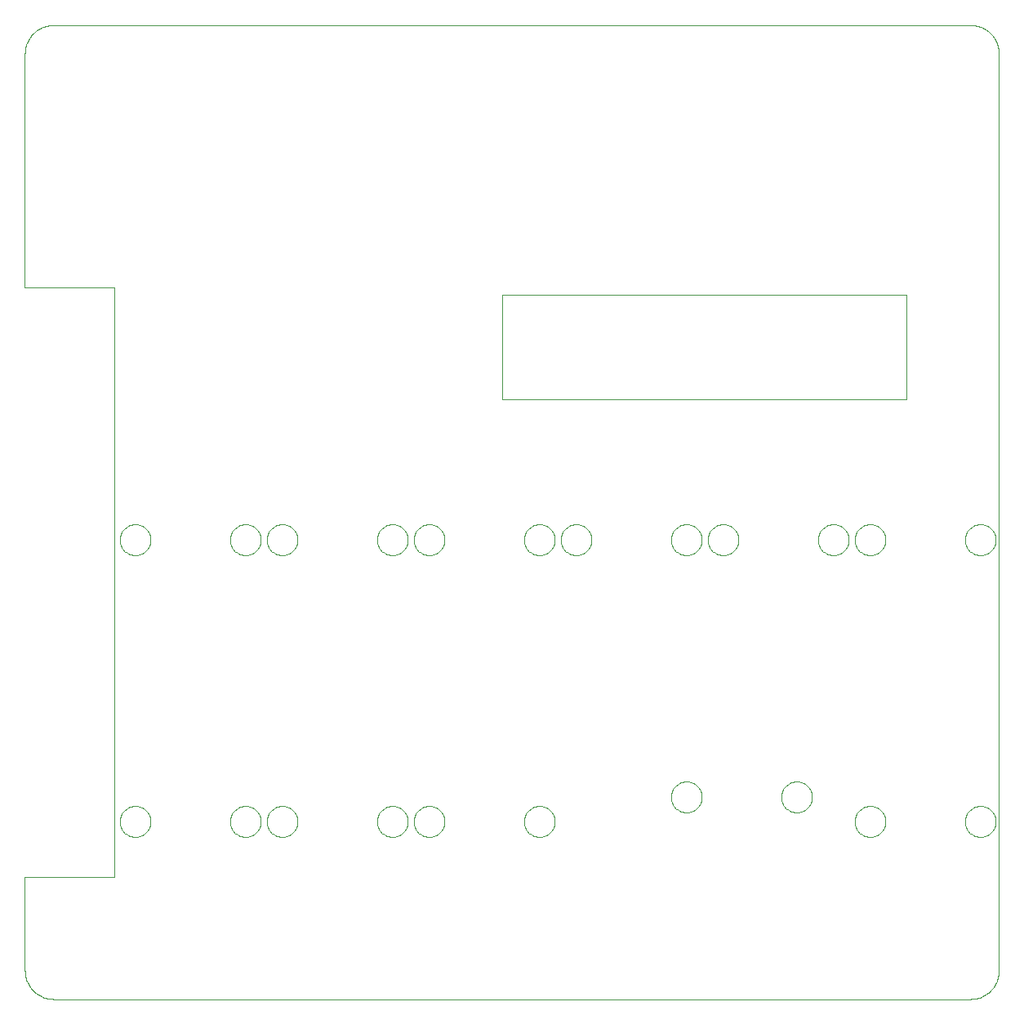
<source format=gbp>
G75*
G70*
%OFA0B0*%
%FSLAX24Y24*%
%IPPOS*%
%LPD*%
%AMOC8*
5,1,8,0,0,1.08239X$1,22.5*
%
%ADD10C,0.0040*%
%ADD11C,0.0000*%
D10*
X001331Y000169D02*
X038733Y000169D01*
X038799Y000171D01*
X038865Y000176D01*
X038931Y000186D01*
X038996Y000199D01*
X039060Y000215D01*
X039123Y000235D01*
X039185Y000259D01*
X039245Y000286D01*
X039304Y000316D01*
X039361Y000350D01*
X039416Y000387D01*
X039469Y000427D01*
X039520Y000469D01*
X039568Y000515D01*
X039614Y000563D01*
X039656Y000614D01*
X039696Y000667D01*
X039733Y000722D01*
X039767Y000779D01*
X039797Y000838D01*
X039824Y000898D01*
X039848Y000960D01*
X039868Y001023D01*
X039884Y001087D01*
X039897Y001152D01*
X039907Y001218D01*
X039912Y001284D01*
X039914Y001350D01*
X039914Y038751D01*
X039912Y038817D01*
X039907Y038883D01*
X039897Y038949D01*
X039884Y039014D01*
X039868Y039078D01*
X039848Y039141D01*
X039824Y039203D01*
X039797Y039263D01*
X039767Y039322D01*
X039733Y039379D01*
X039696Y039434D01*
X039656Y039487D01*
X039614Y039538D01*
X039568Y039586D01*
X039520Y039632D01*
X039469Y039674D01*
X039416Y039714D01*
X039361Y039751D01*
X039304Y039785D01*
X039245Y039815D01*
X039185Y039842D01*
X039123Y039866D01*
X039060Y039886D01*
X038996Y039902D01*
X038931Y039915D01*
X038865Y039925D01*
X038799Y039930D01*
X038733Y039932D01*
X038733Y039933D02*
X001331Y039933D01*
X001331Y039932D02*
X001265Y039930D01*
X001199Y039925D01*
X001133Y039915D01*
X001068Y039902D01*
X001004Y039886D01*
X000941Y039866D01*
X000879Y039842D01*
X000819Y039815D01*
X000760Y039785D01*
X000703Y039751D01*
X000648Y039714D01*
X000595Y039674D01*
X000544Y039632D01*
X000496Y039586D01*
X000450Y039538D01*
X000408Y039487D01*
X000368Y039434D01*
X000331Y039379D01*
X000297Y039322D01*
X000267Y039263D01*
X000240Y039203D01*
X000216Y039141D01*
X000196Y039078D01*
X000180Y039014D01*
X000167Y038949D01*
X000157Y038883D01*
X000152Y038817D01*
X000150Y038751D01*
X000150Y029205D01*
X003792Y029205D01*
X003792Y005147D01*
X000150Y005147D01*
X000150Y001350D01*
X000152Y001284D01*
X000157Y001218D01*
X000167Y001152D01*
X000180Y001087D01*
X000196Y001023D01*
X000216Y000960D01*
X000240Y000898D01*
X000267Y000838D01*
X000297Y000779D01*
X000331Y000722D01*
X000368Y000667D01*
X000408Y000614D01*
X000450Y000563D01*
X000496Y000515D01*
X000544Y000469D01*
X000595Y000427D01*
X000648Y000387D01*
X000703Y000350D01*
X000760Y000316D01*
X000819Y000286D01*
X000879Y000259D01*
X000941Y000235D01*
X001004Y000215D01*
X001068Y000199D01*
X001133Y000186D01*
X001199Y000176D01*
X001265Y000171D01*
X001331Y000169D01*
X019650Y024669D02*
X036150Y024669D01*
X036150Y028919D01*
X019650Y028919D01*
X019650Y024669D01*
D11*
X020520Y018919D02*
X020522Y018969D01*
X020528Y019019D01*
X020538Y019068D01*
X020552Y019116D01*
X020569Y019163D01*
X020590Y019208D01*
X020615Y019252D01*
X020643Y019293D01*
X020675Y019332D01*
X020709Y019369D01*
X020746Y019403D01*
X020786Y019433D01*
X020828Y019460D01*
X020872Y019484D01*
X020918Y019505D01*
X020965Y019521D01*
X021013Y019534D01*
X021063Y019543D01*
X021112Y019548D01*
X021163Y019549D01*
X021213Y019546D01*
X021262Y019539D01*
X021311Y019528D01*
X021359Y019513D01*
X021405Y019495D01*
X021450Y019473D01*
X021493Y019447D01*
X021534Y019418D01*
X021573Y019386D01*
X021609Y019351D01*
X021641Y019313D01*
X021671Y019273D01*
X021698Y019230D01*
X021721Y019186D01*
X021740Y019140D01*
X021756Y019092D01*
X021768Y019043D01*
X021776Y018994D01*
X021780Y018944D01*
X021780Y018894D01*
X021776Y018844D01*
X021768Y018795D01*
X021756Y018746D01*
X021740Y018698D01*
X021721Y018652D01*
X021698Y018608D01*
X021671Y018565D01*
X021641Y018525D01*
X021609Y018487D01*
X021573Y018452D01*
X021534Y018420D01*
X021493Y018391D01*
X021450Y018365D01*
X021405Y018343D01*
X021359Y018325D01*
X021311Y018310D01*
X021262Y018299D01*
X021213Y018292D01*
X021163Y018289D01*
X021112Y018290D01*
X021063Y018295D01*
X021013Y018304D01*
X020965Y018317D01*
X020918Y018333D01*
X020872Y018354D01*
X020828Y018378D01*
X020786Y018405D01*
X020746Y018435D01*
X020709Y018469D01*
X020675Y018506D01*
X020643Y018545D01*
X020615Y018586D01*
X020590Y018630D01*
X020569Y018675D01*
X020552Y018722D01*
X020538Y018770D01*
X020528Y018819D01*
X020522Y018869D01*
X020520Y018919D01*
X022020Y018919D02*
X022022Y018969D01*
X022028Y019019D01*
X022038Y019068D01*
X022052Y019116D01*
X022069Y019163D01*
X022090Y019208D01*
X022115Y019252D01*
X022143Y019293D01*
X022175Y019332D01*
X022209Y019369D01*
X022246Y019403D01*
X022286Y019433D01*
X022328Y019460D01*
X022372Y019484D01*
X022418Y019505D01*
X022465Y019521D01*
X022513Y019534D01*
X022563Y019543D01*
X022612Y019548D01*
X022663Y019549D01*
X022713Y019546D01*
X022762Y019539D01*
X022811Y019528D01*
X022859Y019513D01*
X022905Y019495D01*
X022950Y019473D01*
X022993Y019447D01*
X023034Y019418D01*
X023073Y019386D01*
X023109Y019351D01*
X023141Y019313D01*
X023171Y019273D01*
X023198Y019230D01*
X023221Y019186D01*
X023240Y019140D01*
X023256Y019092D01*
X023268Y019043D01*
X023276Y018994D01*
X023280Y018944D01*
X023280Y018894D01*
X023276Y018844D01*
X023268Y018795D01*
X023256Y018746D01*
X023240Y018698D01*
X023221Y018652D01*
X023198Y018608D01*
X023171Y018565D01*
X023141Y018525D01*
X023109Y018487D01*
X023073Y018452D01*
X023034Y018420D01*
X022993Y018391D01*
X022950Y018365D01*
X022905Y018343D01*
X022859Y018325D01*
X022811Y018310D01*
X022762Y018299D01*
X022713Y018292D01*
X022663Y018289D01*
X022612Y018290D01*
X022563Y018295D01*
X022513Y018304D01*
X022465Y018317D01*
X022418Y018333D01*
X022372Y018354D01*
X022328Y018378D01*
X022286Y018405D01*
X022246Y018435D01*
X022209Y018469D01*
X022175Y018506D01*
X022143Y018545D01*
X022115Y018586D01*
X022090Y018630D01*
X022069Y018675D01*
X022052Y018722D01*
X022038Y018770D01*
X022028Y018819D01*
X022022Y018869D01*
X022020Y018919D01*
X026520Y018919D02*
X026522Y018969D01*
X026528Y019019D01*
X026538Y019068D01*
X026552Y019116D01*
X026569Y019163D01*
X026590Y019208D01*
X026615Y019252D01*
X026643Y019293D01*
X026675Y019332D01*
X026709Y019369D01*
X026746Y019403D01*
X026786Y019433D01*
X026828Y019460D01*
X026872Y019484D01*
X026918Y019505D01*
X026965Y019521D01*
X027013Y019534D01*
X027063Y019543D01*
X027112Y019548D01*
X027163Y019549D01*
X027213Y019546D01*
X027262Y019539D01*
X027311Y019528D01*
X027359Y019513D01*
X027405Y019495D01*
X027450Y019473D01*
X027493Y019447D01*
X027534Y019418D01*
X027573Y019386D01*
X027609Y019351D01*
X027641Y019313D01*
X027671Y019273D01*
X027698Y019230D01*
X027721Y019186D01*
X027740Y019140D01*
X027756Y019092D01*
X027768Y019043D01*
X027776Y018994D01*
X027780Y018944D01*
X027780Y018894D01*
X027776Y018844D01*
X027768Y018795D01*
X027756Y018746D01*
X027740Y018698D01*
X027721Y018652D01*
X027698Y018608D01*
X027671Y018565D01*
X027641Y018525D01*
X027609Y018487D01*
X027573Y018452D01*
X027534Y018420D01*
X027493Y018391D01*
X027450Y018365D01*
X027405Y018343D01*
X027359Y018325D01*
X027311Y018310D01*
X027262Y018299D01*
X027213Y018292D01*
X027163Y018289D01*
X027112Y018290D01*
X027063Y018295D01*
X027013Y018304D01*
X026965Y018317D01*
X026918Y018333D01*
X026872Y018354D01*
X026828Y018378D01*
X026786Y018405D01*
X026746Y018435D01*
X026709Y018469D01*
X026675Y018506D01*
X026643Y018545D01*
X026615Y018586D01*
X026590Y018630D01*
X026569Y018675D01*
X026552Y018722D01*
X026538Y018770D01*
X026528Y018819D01*
X026522Y018869D01*
X026520Y018919D01*
X028020Y018919D02*
X028022Y018969D01*
X028028Y019019D01*
X028038Y019068D01*
X028052Y019116D01*
X028069Y019163D01*
X028090Y019208D01*
X028115Y019252D01*
X028143Y019293D01*
X028175Y019332D01*
X028209Y019369D01*
X028246Y019403D01*
X028286Y019433D01*
X028328Y019460D01*
X028372Y019484D01*
X028418Y019505D01*
X028465Y019521D01*
X028513Y019534D01*
X028563Y019543D01*
X028612Y019548D01*
X028663Y019549D01*
X028713Y019546D01*
X028762Y019539D01*
X028811Y019528D01*
X028859Y019513D01*
X028905Y019495D01*
X028950Y019473D01*
X028993Y019447D01*
X029034Y019418D01*
X029073Y019386D01*
X029109Y019351D01*
X029141Y019313D01*
X029171Y019273D01*
X029198Y019230D01*
X029221Y019186D01*
X029240Y019140D01*
X029256Y019092D01*
X029268Y019043D01*
X029276Y018994D01*
X029280Y018944D01*
X029280Y018894D01*
X029276Y018844D01*
X029268Y018795D01*
X029256Y018746D01*
X029240Y018698D01*
X029221Y018652D01*
X029198Y018608D01*
X029171Y018565D01*
X029141Y018525D01*
X029109Y018487D01*
X029073Y018452D01*
X029034Y018420D01*
X028993Y018391D01*
X028950Y018365D01*
X028905Y018343D01*
X028859Y018325D01*
X028811Y018310D01*
X028762Y018299D01*
X028713Y018292D01*
X028663Y018289D01*
X028612Y018290D01*
X028563Y018295D01*
X028513Y018304D01*
X028465Y018317D01*
X028418Y018333D01*
X028372Y018354D01*
X028328Y018378D01*
X028286Y018405D01*
X028246Y018435D01*
X028209Y018469D01*
X028175Y018506D01*
X028143Y018545D01*
X028115Y018586D01*
X028090Y018630D01*
X028069Y018675D01*
X028052Y018722D01*
X028038Y018770D01*
X028028Y018819D01*
X028022Y018869D01*
X028020Y018919D01*
X032520Y018919D02*
X032522Y018969D01*
X032528Y019019D01*
X032538Y019068D01*
X032552Y019116D01*
X032569Y019163D01*
X032590Y019208D01*
X032615Y019252D01*
X032643Y019293D01*
X032675Y019332D01*
X032709Y019369D01*
X032746Y019403D01*
X032786Y019433D01*
X032828Y019460D01*
X032872Y019484D01*
X032918Y019505D01*
X032965Y019521D01*
X033013Y019534D01*
X033063Y019543D01*
X033112Y019548D01*
X033163Y019549D01*
X033213Y019546D01*
X033262Y019539D01*
X033311Y019528D01*
X033359Y019513D01*
X033405Y019495D01*
X033450Y019473D01*
X033493Y019447D01*
X033534Y019418D01*
X033573Y019386D01*
X033609Y019351D01*
X033641Y019313D01*
X033671Y019273D01*
X033698Y019230D01*
X033721Y019186D01*
X033740Y019140D01*
X033756Y019092D01*
X033768Y019043D01*
X033776Y018994D01*
X033780Y018944D01*
X033780Y018894D01*
X033776Y018844D01*
X033768Y018795D01*
X033756Y018746D01*
X033740Y018698D01*
X033721Y018652D01*
X033698Y018608D01*
X033671Y018565D01*
X033641Y018525D01*
X033609Y018487D01*
X033573Y018452D01*
X033534Y018420D01*
X033493Y018391D01*
X033450Y018365D01*
X033405Y018343D01*
X033359Y018325D01*
X033311Y018310D01*
X033262Y018299D01*
X033213Y018292D01*
X033163Y018289D01*
X033112Y018290D01*
X033063Y018295D01*
X033013Y018304D01*
X032965Y018317D01*
X032918Y018333D01*
X032872Y018354D01*
X032828Y018378D01*
X032786Y018405D01*
X032746Y018435D01*
X032709Y018469D01*
X032675Y018506D01*
X032643Y018545D01*
X032615Y018586D01*
X032590Y018630D01*
X032569Y018675D01*
X032552Y018722D01*
X032538Y018770D01*
X032528Y018819D01*
X032522Y018869D01*
X032520Y018919D01*
X034020Y018919D02*
X034022Y018969D01*
X034028Y019019D01*
X034038Y019068D01*
X034052Y019116D01*
X034069Y019163D01*
X034090Y019208D01*
X034115Y019252D01*
X034143Y019293D01*
X034175Y019332D01*
X034209Y019369D01*
X034246Y019403D01*
X034286Y019433D01*
X034328Y019460D01*
X034372Y019484D01*
X034418Y019505D01*
X034465Y019521D01*
X034513Y019534D01*
X034563Y019543D01*
X034612Y019548D01*
X034663Y019549D01*
X034713Y019546D01*
X034762Y019539D01*
X034811Y019528D01*
X034859Y019513D01*
X034905Y019495D01*
X034950Y019473D01*
X034993Y019447D01*
X035034Y019418D01*
X035073Y019386D01*
X035109Y019351D01*
X035141Y019313D01*
X035171Y019273D01*
X035198Y019230D01*
X035221Y019186D01*
X035240Y019140D01*
X035256Y019092D01*
X035268Y019043D01*
X035276Y018994D01*
X035280Y018944D01*
X035280Y018894D01*
X035276Y018844D01*
X035268Y018795D01*
X035256Y018746D01*
X035240Y018698D01*
X035221Y018652D01*
X035198Y018608D01*
X035171Y018565D01*
X035141Y018525D01*
X035109Y018487D01*
X035073Y018452D01*
X035034Y018420D01*
X034993Y018391D01*
X034950Y018365D01*
X034905Y018343D01*
X034859Y018325D01*
X034811Y018310D01*
X034762Y018299D01*
X034713Y018292D01*
X034663Y018289D01*
X034612Y018290D01*
X034563Y018295D01*
X034513Y018304D01*
X034465Y018317D01*
X034418Y018333D01*
X034372Y018354D01*
X034328Y018378D01*
X034286Y018405D01*
X034246Y018435D01*
X034209Y018469D01*
X034175Y018506D01*
X034143Y018545D01*
X034115Y018586D01*
X034090Y018630D01*
X034069Y018675D01*
X034052Y018722D01*
X034038Y018770D01*
X034028Y018819D01*
X034022Y018869D01*
X034020Y018919D01*
X038520Y018919D02*
X038522Y018969D01*
X038528Y019019D01*
X038538Y019068D01*
X038552Y019116D01*
X038569Y019163D01*
X038590Y019208D01*
X038615Y019252D01*
X038643Y019293D01*
X038675Y019332D01*
X038709Y019369D01*
X038746Y019403D01*
X038786Y019433D01*
X038828Y019460D01*
X038872Y019484D01*
X038918Y019505D01*
X038965Y019521D01*
X039013Y019534D01*
X039063Y019543D01*
X039112Y019548D01*
X039163Y019549D01*
X039213Y019546D01*
X039262Y019539D01*
X039311Y019528D01*
X039359Y019513D01*
X039405Y019495D01*
X039450Y019473D01*
X039493Y019447D01*
X039534Y019418D01*
X039573Y019386D01*
X039609Y019351D01*
X039641Y019313D01*
X039671Y019273D01*
X039698Y019230D01*
X039721Y019186D01*
X039740Y019140D01*
X039756Y019092D01*
X039768Y019043D01*
X039776Y018994D01*
X039780Y018944D01*
X039780Y018894D01*
X039776Y018844D01*
X039768Y018795D01*
X039756Y018746D01*
X039740Y018698D01*
X039721Y018652D01*
X039698Y018608D01*
X039671Y018565D01*
X039641Y018525D01*
X039609Y018487D01*
X039573Y018452D01*
X039534Y018420D01*
X039493Y018391D01*
X039450Y018365D01*
X039405Y018343D01*
X039359Y018325D01*
X039311Y018310D01*
X039262Y018299D01*
X039213Y018292D01*
X039163Y018289D01*
X039112Y018290D01*
X039063Y018295D01*
X039013Y018304D01*
X038965Y018317D01*
X038918Y018333D01*
X038872Y018354D01*
X038828Y018378D01*
X038786Y018405D01*
X038746Y018435D01*
X038709Y018469D01*
X038675Y018506D01*
X038643Y018545D01*
X038615Y018586D01*
X038590Y018630D01*
X038569Y018675D01*
X038552Y018722D01*
X038538Y018770D01*
X038528Y018819D01*
X038522Y018869D01*
X038520Y018919D01*
X031020Y008419D02*
X031022Y008469D01*
X031028Y008519D01*
X031038Y008568D01*
X031052Y008616D01*
X031069Y008663D01*
X031090Y008708D01*
X031115Y008752D01*
X031143Y008793D01*
X031175Y008832D01*
X031209Y008869D01*
X031246Y008903D01*
X031286Y008933D01*
X031328Y008960D01*
X031372Y008984D01*
X031418Y009005D01*
X031465Y009021D01*
X031513Y009034D01*
X031563Y009043D01*
X031612Y009048D01*
X031663Y009049D01*
X031713Y009046D01*
X031762Y009039D01*
X031811Y009028D01*
X031859Y009013D01*
X031905Y008995D01*
X031950Y008973D01*
X031993Y008947D01*
X032034Y008918D01*
X032073Y008886D01*
X032109Y008851D01*
X032141Y008813D01*
X032171Y008773D01*
X032198Y008730D01*
X032221Y008686D01*
X032240Y008640D01*
X032256Y008592D01*
X032268Y008543D01*
X032276Y008494D01*
X032280Y008444D01*
X032280Y008394D01*
X032276Y008344D01*
X032268Y008295D01*
X032256Y008246D01*
X032240Y008198D01*
X032221Y008152D01*
X032198Y008108D01*
X032171Y008065D01*
X032141Y008025D01*
X032109Y007987D01*
X032073Y007952D01*
X032034Y007920D01*
X031993Y007891D01*
X031950Y007865D01*
X031905Y007843D01*
X031859Y007825D01*
X031811Y007810D01*
X031762Y007799D01*
X031713Y007792D01*
X031663Y007789D01*
X031612Y007790D01*
X031563Y007795D01*
X031513Y007804D01*
X031465Y007817D01*
X031418Y007833D01*
X031372Y007854D01*
X031328Y007878D01*
X031286Y007905D01*
X031246Y007935D01*
X031209Y007969D01*
X031175Y008006D01*
X031143Y008045D01*
X031115Y008086D01*
X031090Y008130D01*
X031069Y008175D01*
X031052Y008222D01*
X031038Y008270D01*
X031028Y008319D01*
X031022Y008369D01*
X031020Y008419D01*
X034020Y007419D02*
X034022Y007469D01*
X034028Y007519D01*
X034038Y007568D01*
X034052Y007616D01*
X034069Y007663D01*
X034090Y007708D01*
X034115Y007752D01*
X034143Y007793D01*
X034175Y007832D01*
X034209Y007869D01*
X034246Y007903D01*
X034286Y007933D01*
X034328Y007960D01*
X034372Y007984D01*
X034418Y008005D01*
X034465Y008021D01*
X034513Y008034D01*
X034563Y008043D01*
X034612Y008048D01*
X034663Y008049D01*
X034713Y008046D01*
X034762Y008039D01*
X034811Y008028D01*
X034859Y008013D01*
X034905Y007995D01*
X034950Y007973D01*
X034993Y007947D01*
X035034Y007918D01*
X035073Y007886D01*
X035109Y007851D01*
X035141Y007813D01*
X035171Y007773D01*
X035198Y007730D01*
X035221Y007686D01*
X035240Y007640D01*
X035256Y007592D01*
X035268Y007543D01*
X035276Y007494D01*
X035280Y007444D01*
X035280Y007394D01*
X035276Y007344D01*
X035268Y007295D01*
X035256Y007246D01*
X035240Y007198D01*
X035221Y007152D01*
X035198Y007108D01*
X035171Y007065D01*
X035141Y007025D01*
X035109Y006987D01*
X035073Y006952D01*
X035034Y006920D01*
X034993Y006891D01*
X034950Y006865D01*
X034905Y006843D01*
X034859Y006825D01*
X034811Y006810D01*
X034762Y006799D01*
X034713Y006792D01*
X034663Y006789D01*
X034612Y006790D01*
X034563Y006795D01*
X034513Y006804D01*
X034465Y006817D01*
X034418Y006833D01*
X034372Y006854D01*
X034328Y006878D01*
X034286Y006905D01*
X034246Y006935D01*
X034209Y006969D01*
X034175Y007006D01*
X034143Y007045D01*
X034115Y007086D01*
X034090Y007130D01*
X034069Y007175D01*
X034052Y007222D01*
X034038Y007270D01*
X034028Y007319D01*
X034022Y007369D01*
X034020Y007419D01*
X038520Y007419D02*
X038522Y007469D01*
X038528Y007519D01*
X038538Y007568D01*
X038552Y007616D01*
X038569Y007663D01*
X038590Y007708D01*
X038615Y007752D01*
X038643Y007793D01*
X038675Y007832D01*
X038709Y007869D01*
X038746Y007903D01*
X038786Y007933D01*
X038828Y007960D01*
X038872Y007984D01*
X038918Y008005D01*
X038965Y008021D01*
X039013Y008034D01*
X039063Y008043D01*
X039112Y008048D01*
X039163Y008049D01*
X039213Y008046D01*
X039262Y008039D01*
X039311Y008028D01*
X039359Y008013D01*
X039405Y007995D01*
X039450Y007973D01*
X039493Y007947D01*
X039534Y007918D01*
X039573Y007886D01*
X039609Y007851D01*
X039641Y007813D01*
X039671Y007773D01*
X039698Y007730D01*
X039721Y007686D01*
X039740Y007640D01*
X039756Y007592D01*
X039768Y007543D01*
X039776Y007494D01*
X039780Y007444D01*
X039780Y007394D01*
X039776Y007344D01*
X039768Y007295D01*
X039756Y007246D01*
X039740Y007198D01*
X039721Y007152D01*
X039698Y007108D01*
X039671Y007065D01*
X039641Y007025D01*
X039609Y006987D01*
X039573Y006952D01*
X039534Y006920D01*
X039493Y006891D01*
X039450Y006865D01*
X039405Y006843D01*
X039359Y006825D01*
X039311Y006810D01*
X039262Y006799D01*
X039213Y006792D01*
X039163Y006789D01*
X039112Y006790D01*
X039063Y006795D01*
X039013Y006804D01*
X038965Y006817D01*
X038918Y006833D01*
X038872Y006854D01*
X038828Y006878D01*
X038786Y006905D01*
X038746Y006935D01*
X038709Y006969D01*
X038675Y007006D01*
X038643Y007045D01*
X038615Y007086D01*
X038590Y007130D01*
X038569Y007175D01*
X038552Y007222D01*
X038538Y007270D01*
X038528Y007319D01*
X038522Y007369D01*
X038520Y007419D01*
X026520Y008419D02*
X026522Y008469D01*
X026528Y008519D01*
X026538Y008568D01*
X026552Y008616D01*
X026569Y008663D01*
X026590Y008708D01*
X026615Y008752D01*
X026643Y008793D01*
X026675Y008832D01*
X026709Y008869D01*
X026746Y008903D01*
X026786Y008933D01*
X026828Y008960D01*
X026872Y008984D01*
X026918Y009005D01*
X026965Y009021D01*
X027013Y009034D01*
X027063Y009043D01*
X027112Y009048D01*
X027163Y009049D01*
X027213Y009046D01*
X027262Y009039D01*
X027311Y009028D01*
X027359Y009013D01*
X027405Y008995D01*
X027450Y008973D01*
X027493Y008947D01*
X027534Y008918D01*
X027573Y008886D01*
X027609Y008851D01*
X027641Y008813D01*
X027671Y008773D01*
X027698Y008730D01*
X027721Y008686D01*
X027740Y008640D01*
X027756Y008592D01*
X027768Y008543D01*
X027776Y008494D01*
X027780Y008444D01*
X027780Y008394D01*
X027776Y008344D01*
X027768Y008295D01*
X027756Y008246D01*
X027740Y008198D01*
X027721Y008152D01*
X027698Y008108D01*
X027671Y008065D01*
X027641Y008025D01*
X027609Y007987D01*
X027573Y007952D01*
X027534Y007920D01*
X027493Y007891D01*
X027450Y007865D01*
X027405Y007843D01*
X027359Y007825D01*
X027311Y007810D01*
X027262Y007799D01*
X027213Y007792D01*
X027163Y007789D01*
X027112Y007790D01*
X027063Y007795D01*
X027013Y007804D01*
X026965Y007817D01*
X026918Y007833D01*
X026872Y007854D01*
X026828Y007878D01*
X026786Y007905D01*
X026746Y007935D01*
X026709Y007969D01*
X026675Y008006D01*
X026643Y008045D01*
X026615Y008086D01*
X026590Y008130D01*
X026569Y008175D01*
X026552Y008222D01*
X026538Y008270D01*
X026528Y008319D01*
X026522Y008369D01*
X026520Y008419D01*
X020520Y007419D02*
X020522Y007469D01*
X020528Y007519D01*
X020538Y007568D01*
X020552Y007616D01*
X020569Y007663D01*
X020590Y007708D01*
X020615Y007752D01*
X020643Y007793D01*
X020675Y007832D01*
X020709Y007869D01*
X020746Y007903D01*
X020786Y007933D01*
X020828Y007960D01*
X020872Y007984D01*
X020918Y008005D01*
X020965Y008021D01*
X021013Y008034D01*
X021063Y008043D01*
X021112Y008048D01*
X021163Y008049D01*
X021213Y008046D01*
X021262Y008039D01*
X021311Y008028D01*
X021359Y008013D01*
X021405Y007995D01*
X021450Y007973D01*
X021493Y007947D01*
X021534Y007918D01*
X021573Y007886D01*
X021609Y007851D01*
X021641Y007813D01*
X021671Y007773D01*
X021698Y007730D01*
X021721Y007686D01*
X021740Y007640D01*
X021756Y007592D01*
X021768Y007543D01*
X021776Y007494D01*
X021780Y007444D01*
X021780Y007394D01*
X021776Y007344D01*
X021768Y007295D01*
X021756Y007246D01*
X021740Y007198D01*
X021721Y007152D01*
X021698Y007108D01*
X021671Y007065D01*
X021641Y007025D01*
X021609Y006987D01*
X021573Y006952D01*
X021534Y006920D01*
X021493Y006891D01*
X021450Y006865D01*
X021405Y006843D01*
X021359Y006825D01*
X021311Y006810D01*
X021262Y006799D01*
X021213Y006792D01*
X021163Y006789D01*
X021112Y006790D01*
X021063Y006795D01*
X021013Y006804D01*
X020965Y006817D01*
X020918Y006833D01*
X020872Y006854D01*
X020828Y006878D01*
X020786Y006905D01*
X020746Y006935D01*
X020709Y006969D01*
X020675Y007006D01*
X020643Y007045D01*
X020615Y007086D01*
X020590Y007130D01*
X020569Y007175D01*
X020552Y007222D01*
X020538Y007270D01*
X020528Y007319D01*
X020522Y007369D01*
X020520Y007419D01*
X016020Y007419D02*
X016022Y007469D01*
X016028Y007519D01*
X016038Y007568D01*
X016052Y007616D01*
X016069Y007663D01*
X016090Y007708D01*
X016115Y007752D01*
X016143Y007793D01*
X016175Y007832D01*
X016209Y007869D01*
X016246Y007903D01*
X016286Y007933D01*
X016328Y007960D01*
X016372Y007984D01*
X016418Y008005D01*
X016465Y008021D01*
X016513Y008034D01*
X016563Y008043D01*
X016612Y008048D01*
X016663Y008049D01*
X016713Y008046D01*
X016762Y008039D01*
X016811Y008028D01*
X016859Y008013D01*
X016905Y007995D01*
X016950Y007973D01*
X016993Y007947D01*
X017034Y007918D01*
X017073Y007886D01*
X017109Y007851D01*
X017141Y007813D01*
X017171Y007773D01*
X017198Y007730D01*
X017221Y007686D01*
X017240Y007640D01*
X017256Y007592D01*
X017268Y007543D01*
X017276Y007494D01*
X017280Y007444D01*
X017280Y007394D01*
X017276Y007344D01*
X017268Y007295D01*
X017256Y007246D01*
X017240Y007198D01*
X017221Y007152D01*
X017198Y007108D01*
X017171Y007065D01*
X017141Y007025D01*
X017109Y006987D01*
X017073Y006952D01*
X017034Y006920D01*
X016993Y006891D01*
X016950Y006865D01*
X016905Y006843D01*
X016859Y006825D01*
X016811Y006810D01*
X016762Y006799D01*
X016713Y006792D01*
X016663Y006789D01*
X016612Y006790D01*
X016563Y006795D01*
X016513Y006804D01*
X016465Y006817D01*
X016418Y006833D01*
X016372Y006854D01*
X016328Y006878D01*
X016286Y006905D01*
X016246Y006935D01*
X016209Y006969D01*
X016175Y007006D01*
X016143Y007045D01*
X016115Y007086D01*
X016090Y007130D01*
X016069Y007175D01*
X016052Y007222D01*
X016038Y007270D01*
X016028Y007319D01*
X016022Y007369D01*
X016020Y007419D01*
X014520Y007419D02*
X014522Y007469D01*
X014528Y007519D01*
X014538Y007568D01*
X014552Y007616D01*
X014569Y007663D01*
X014590Y007708D01*
X014615Y007752D01*
X014643Y007793D01*
X014675Y007832D01*
X014709Y007869D01*
X014746Y007903D01*
X014786Y007933D01*
X014828Y007960D01*
X014872Y007984D01*
X014918Y008005D01*
X014965Y008021D01*
X015013Y008034D01*
X015063Y008043D01*
X015112Y008048D01*
X015163Y008049D01*
X015213Y008046D01*
X015262Y008039D01*
X015311Y008028D01*
X015359Y008013D01*
X015405Y007995D01*
X015450Y007973D01*
X015493Y007947D01*
X015534Y007918D01*
X015573Y007886D01*
X015609Y007851D01*
X015641Y007813D01*
X015671Y007773D01*
X015698Y007730D01*
X015721Y007686D01*
X015740Y007640D01*
X015756Y007592D01*
X015768Y007543D01*
X015776Y007494D01*
X015780Y007444D01*
X015780Y007394D01*
X015776Y007344D01*
X015768Y007295D01*
X015756Y007246D01*
X015740Y007198D01*
X015721Y007152D01*
X015698Y007108D01*
X015671Y007065D01*
X015641Y007025D01*
X015609Y006987D01*
X015573Y006952D01*
X015534Y006920D01*
X015493Y006891D01*
X015450Y006865D01*
X015405Y006843D01*
X015359Y006825D01*
X015311Y006810D01*
X015262Y006799D01*
X015213Y006792D01*
X015163Y006789D01*
X015112Y006790D01*
X015063Y006795D01*
X015013Y006804D01*
X014965Y006817D01*
X014918Y006833D01*
X014872Y006854D01*
X014828Y006878D01*
X014786Y006905D01*
X014746Y006935D01*
X014709Y006969D01*
X014675Y007006D01*
X014643Y007045D01*
X014615Y007086D01*
X014590Y007130D01*
X014569Y007175D01*
X014552Y007222D01*
X014538Y007270D01*
X014528Y007319D01*
X014522Y007369D01*
X014520Y007419D01*
X010020Y007419D02*
X010022Y007469D01*
X010028Y007519D01*
X010038Y007568D01*
X010052Y007616D01*
X010069Y007663D01*
X010090Y007708D01*
X010115Y007752D01*
X010143Y007793D01*
X010175Y007832D01*
X010209Y007869D01*
X010246Y007903D01*
X010286Y007933D01*
X010328Y007960D01*
X010372Y007984D01*
X010418Y008005D01*
X010465Y008021D01*
X010513Y008034D01*
X010563Y008043D01*
X010612Y008048D01*
X010663Y008049D01*
X010713Y008046D01*
X010762Y008039D01*
X010811Y008028D01*
X010859Y008013D01*
X010905Y007995D01*
X010950Y007973D01*
X010993Y007947D01*
X011034Y007918D01*
X011073Y007886D01*
X011109Y007851D01*
X011141Y007813D01*
X011171Y007773D01*
X011198Y007730D01*
X011221Y007686D01*
X011240Y007640D01*
X011256Y007592D01*
X011268Y007543D01*
X011276Y007494D01*
X011280Y007444D01*
X011280Y007394D01*
X011276Y007344D01*
X011268Y007295D01*
X011256Y007246D01*
X011240Y007198D01*
X011221Y007152D01*
X011198Y007108D01*
X011171Y007065D01*
X011141Y007025D01*
X011109Y006987D01*
X011073Y006952D01*
X011034Y006920D01*
X010993Y006891D01*
X010950Y006865D01*
X010905Y006843D01*
X010859Y006825D01*
X010811Y006810D01*
X010762Y006799D01*
X010713Y006792D01*
X010663Y006789D01*
X010612Y006790D01*
X010563Y006795D01*
X010513Y006804D01*
X010465Y006817D01*
X010418Y006833D01*
X010372Y006854D01*
X010328Y006878D01*
X010286Y006905D01*
X010246Y006935D01*
X010209Y006969D01*
X010175Y007006D01*
X010143Y007045D01*
X010115Y007086D01*
X010090Y007130D01*
X010069Y007175D01*
X010052Y007222D01*
X010038Y007270D01*
X010028Y007319D01*
X010022Y007369D01*
X010020Y007419D01*
X008520Y007419D02*
X008522Y007469D01*
X008528Y007519D01*
X008538Y007568D01*
X008552Y007616D01*
X008569Y007663D01*
X008590Y007708D01*
X008615Y007752D01*
X008643Y007793D01*
X008675Y007832D01*
X008709Y007869D01*
X008746Y007903D01*
X008786Y007933D01*
X008828Y007960D01*
X008872Y007984D01*
X008918Y008005D01*
X008965Y008021D01*
X009013Y008034D01*
X009063Y008043D01*
X009112Y008048D01*
X009163Y008049D01*
X009213Y008046D01*
X009262Y008039D01*
X009311Y008028D01*
X009359Y008013D01*
X009405Y007995D01*
X009450Y007973D01*
X009493Y007947D01*
X009534Y007918D01*
X009573Y007886D01*
X009609Y007851D01*
X009641Y007813D01*
X009671Y007773D01*
X009698Y007730D01*
X009721Y007686D01*
X009740Y007640D01*
X009756Y007592D01*
X009768Y007543D01*
X009776Y007494D01*
X009780Y007444D01*
X009780Y007394D01*
X009776Y007344D01*
X009768Y007295D01*
X009756Y007246D01*
X009740Y007198D01*
X009721Y007152D01*
X009698Y007108D01*
X009671Y007065D01*
X009641Y007025D01*
X009609Y006987D01*
X009573Y006952D01*
X009534Y006920D01*
X009493Y006891D01*
X009450Y006865D01*
X009405Y006843D01*
X009359Y006825D01*
X009311Y006810D01*
X009262Y006799D01*
X009213Y006792D01*
X009163Y006789D01*
X009112Y006790D01*
X009063Y006795D01*
X009013Y006804D01*
X008965Y006817D01*
X008918Y006833D01*
X008872Y006854D01*
X008828Y006878D01*
X008786Y006905D01*
X008746Y006935D01*
X008709Y006969D01*
X008675Y007006D01*
X008643Y007045D01*
X008615Y007086D01*
X008590Y007130D01*
X008569Y007175D01*
X008552Y007222D01*
X008538Y007270D01*
X008528Y007319D01*
X008522Y007369D01*
X008520Y007419D01*
X004020Y007419D02*
X004022Y007469D01*
X004028Y007519D01*
X004038Y007568D01*
X004052Y007616D01*
X004069Y007663D01*
X004090Y007708D01*
X004115Y007752D01*
X004143Y007793D01*
X004175Y007832D01*
X004209Y007869D01*
X004246Y007903D01*
X004286Y007933D01*
X004328Y007960D01*
X004372Y007984D01*
X004418Y008005D01*
X004465Y008021D01*
X004513Y008034D01*
X004563Y008043D01*
X004612Y008048D01*
X004663Y008049D01*
X004713Y008046D01*
X004762Y008039D01*
X004811Y008028D01*
X004859Y008013D01*
X004905Y007995D01*
X004950Y007973D01*
X004993Y007947D01*
X005034Y007918D01*
X005073Y007886D01*
X005109Y007851D01*
X005141Y007813D01*
X005171Y007773D01*
X005198Y007730D01*
X005221Y007686D01*
X005240Y007640D01*
X005256Y007592D01*
X005268Y007543D01*
X005276Y007494D01*
X005280Y007444D01*
X005280Y007394D01*
X005276Y007344D01*
X005268Y007295D01*
X005256Y007246D01*
X005240Y007198D01*
X005221Y007152D01*
X005198Y007108D01*
X005171Y007065D01*
X005141Y007025D01*
X005109Y006987D01*
X005073Y006952D01*
X005034Y006920D01*
X004993Y006891D01*
X004950Y006865D01*
X004905Y006843D01*
X004859Y006825D01*
X004811Y006810D01*
X004762Y006799D01*
X004713Y006792D01*
X004663Y006789D01*
X004612Y006790D01*
X004563Y006795D01*
X004513Y006804D01*
X004465Y006817D01*
X004418Y006833D01*
X004372Y006854D01*
X004328Y006878D01*
X004286Y006905D01*
X004246Y006935D01*
X004209Y006969D01*
X004175Y007006D01*
X004143Y007045D01*
X004115Y007086D01*
X004090Y007130D01*
X004069Y007175D01*
X004052Y007222D01*
X004038Y007270D01*
X004028Y007319D01*
X004022Y007369D01*
X004020Y007419D01*
X004020Y018919D02*
X004022Y018969D01*
X004028Y019019D01*
X004038Y019068D01*
X004052Y019116D01*
X004069Y019163D01*
X004090Y019208D01*
X004115Y019252D01*
X004143Y019293D01*
X004175Y019332D01*
X004209Y019369D01*
X004246Y019403D01*
X004286Y019433D01*
X004328Y019460D01*
X004372Y019484D01*
X004418Y019505D01*
X004465Y019521D01*
X004513Y019534D01*
X004563Y019543D01*
X004612Y019548D01*
X004663Y019549D01*
X004713Y019546D01*
X004762Y019539D01*
X004811Y019528D01*
X004859Y019513D01*
X004905Y019495D01*
X004950Y019473D01*
X004993Y019447D01*
X005034Y019418D01*
X005073Y019386D01*
X005109Y019351D01*
X005141Y019313D01*
X005171Y019273D01*
X005198Y019230D01*
X005221Y019186D01*
X005240Y019140D01*
X005256Y019092D01*
X005268Y019043D01*
X005276Y018994D01*
X005280Y018944D01*
X005280Y018894D01*
X005276Y018844D01*
X005268Y018795D01*
X005256Y018746D01*
X005240Y018698D01*
X005221Y018652D01*
X005198Y018608D01*
X005171Y018565D01*
X005141Y018525D01*
X005109Y018487D01*
X005073Y018452D01*
X005034Y018420D01*
X004993Y018391D01*
X004950Y018365D01*
X004905Y018343D01*
X004859Y018325D01*
X004811Y018310D01*
X004762Y018299D01*
X004713Y018292D01*
X004663Y018289D01*
X004612Y018290D01*
X004563Y018295D01*
X004513Y018304D01*
X004465Y018317D01*
X004418Y018333D01*
X004372Y018354D01*
X004328Y018378D01*
X004286Y018405D01*
X004246Y018435D01*
X004209Y018469D01*
X004175Y018506D01*
X004143Y018545D01*
X004115Y018586D01*
X004090Y018630D01*
X004069Y018675D01*
X004052Y018722D01*
X004038Y018770D01*
X004028Y018819D01*
X004022Y018869D01*
X004020Y018919D01*
X008520Y018919D02*
X008522Y018969D01*
X008528Y019019D01*
X008538Y019068D01*
X008552Y019116D01*
X008569Y019163D01*
X008590Y019208D01*
X008615Y019252D01*
X008643Y019293D01*
X008675Y019332D01*
X008709Y019369D01*
X008746Y019403D01*
X008786Y019433D01*
X008828Y019460D01*
X008872Y019484D01*
X008918Y019505D01*
X008965Y019521D01*
X009013Y019534D01*
X009063Y019543D01*
X009112Y019548D01*
X009163Y019549D01*
X009213Y019546D01*
X009262Y019539D01*
X009311Y019528D01*
X009359Y019513D01*
X009405Y019495D01*
X009450Y019473D01*
X009493Y019447D01*
X009534Y019418D01*
X009573Y019386D01*
X009609Y019351D01*
X009641Y019313D01*
X009671Y019273D01*
X009698Y019230D01*
X009721Y019186D01*
X009740Y019140D01*
X009756Y019092D01*
X009768Y019043D01*
X009776Y018994D01*
X009780Y018944D01*
X009780Y018894D01*
X009776Y018844D01*
X009768Y018795D01*
X009756Y018746D01*
X009740Y018698D01*
X009721Y018652D01*
X009698Y018608D01*
X009671Y018565D01*
X009641Y018525D01*
X009609Y018487D01*
X009573Y018452D01*
X009534Y018420D01*
X009493Y018391D01*
X009450Y018365D01*
X009405Y018343D01*
X009359Y018325D01*
X009311Y018310D01*
X009262Y018299D01*
X009213Y018292D01*
X009163Y018289D01*
X009112Y018290D01*
X009063Y018295D01*
X009013Y018304D01*
X008965Y018317D01*
X008918Y018333D01*
X008872Y018354D01*
X008828Y018378D01*
X008786Y018405D01*
X008746Y018435D01*
X008709Y018469D01*
X008675Y018506D01*
X008643Y018545D01*
X008615Y018586D01*
X008590Y018630D01*
X008569Y018675D01*
X008552Y018722D01*
X008538Y018770D01*
X008528Y018819D01*
X008522Y018869D01*
X008520Y018919D01*
X010020Y018919D02*
X010022Y018969D01*
X010028Y019019D01*
X010038Y019068D01*
X010052Y019116D01*
X010069Y019163D01*
X010090Y019208D01*
X010115Y019252D01*
X010143Y019293D01*
X010175Y019332D01*
X010209Y019369D01*
X010246Y019403D01*
X010286Y019433D01*
X010328Y019460D01*
X010372Y019484D01*
X010418Y019505D01*
X010465Y019521D01*
X010513Y019534D01*
X010563Y019543D01*
X010612Y019548D01*
X010663Y019549D01*
X010713Y019546D01*
X010762Y019539D01*
X010811Y019528D01*
X010859Y019513D01*
X010905Y019495D01*
X010950Y019473D01*
X010993Y019447D01*
X011034Y019418D01*
X011073Y019386D01*
X011109Y019351D01*
X011141Y019313D01*
X011171Y019273D01*
X011198Y019230D01*
X011221Y019186D01*
X011240Y019140D01*
X011256Y019092D01*
X011268Y019043D01*
X011276Y018994D01*
X011280Y018944D01*
X011280Y018894D01*
X011276Y018844D01*
X011268Y018795D01*
X011256Y018746D01*
X011240Y018698D01*
X011221Y018652D01*
X011198Y018608D01*
X011171Y018565D01*
X011141Y018525D01*
X011109Y018487D01*
X011073Y018452D01*
X011034Y018420D01*
X010993Y018391D01*
X010950Y018365D01*
X010905Y018343D01*
X010859Y018325D01*
X010811Y018310D01*
X010762Y018299D01*
X010713Y018292D01*
X010663Y018289D01*
X010612Y018290D01*
X010563Y018295D01*
X010513Y018304D01*
X010465Y018317D01*
X010418Y018333D01*
X010372Y018354D01*
X010328Y018378D01*
X010286Y018405D01*
X010246Y018435D01*
X010209Y018469D01*
X010175Y018506D01*
X010143Y018545D01*
X010115Y018586D01*
X010090Y018630D01*
X010069Y018675D01*
X010052Y018722D01*
X010038Y018770D01*
X010028Y018819D01*
X010022Y018869D01*
X010020Y018919D01*
X014520Y018919D02*
X014522Y018969D01*
X014528Y019019D01*
X014538Y019068D01*
X014552Y019116D01*
X014569Y019163D01*
X014590Y019208D01*
X014615Y019252D01*
X014643Y019293D01*
X014675Y019332D01*
X014709Y019369D01*
X014746Y019403D01*
X014786Y019433D01*
X014828Y019460D01*
X014872Y019484D01*
X014918Y019505D01*
X014965Y019521D01*
X015013Y019534D01*
X015063Y019543D01*
X015112Y019548D01*
X015163Y019549D01*
X015213Y019546D01*
X015262Y019539D01*
X015311Y019528D01*
X015359Y019513D01*
X015405Y019495D01*
X015450Y019473D01*
X015493Y019447D01*
X015534Y019418D01*
X015573Y019386D01*
X015609Y019351D01*
X015641Y019313D01*
X015671Y019273D01*
X015698Y019230D01*
X015721Y019186D01*
X015740Y019140D01*
X015756Y019092D01*
X015768Y019043D01*
X015776Y018994D01*
X015780Y018944D01*
X015780Y018894D01*
X015776Y018844D01*
X015768Y018795D01*
X015756Y018746D01*
X015740Y018698D01*
X015721Y018652D01*
X015698Y018608D01*
X015671Y018565D01*
X015641Y018525D01*
X015609Y018487D01*
X015573Y018452D01*
X015534Y018420D01*
X015493Y018391D01*
X015450Y018365D01*
X015405Y018343D01*
X015359Y018325D01*
X015311Y018310D01*
X015262Y018299D01*
X015213Y018292D01*
X015163Y018289D01*
X015112Y018290D01*
X015063Y018295D01*
X015013Y018304D01*
X014965Y018317D01*
X014918Y018333D01*
X014872Y018354D01*
X014828Y018378D01*
X014786Y018405D01*
X014746Y018435D01*
X014709Y018469D01*
X014675Y018506D01*
X014643Y018545D01*
X014615Y018586D01*
X014590Y018630D01*
X014569Y018675D01*
X014552Y018722D01*
X014538Y018770D01*
X014528Y018819D01*
X014522Y018869D01*
X014520Y018919D01*
X016020Y018919D02*
X016022Y018969D01*
X016028Y019019D01*
X016038Y019068D01*
X016052Y019116D01*
X016069Y019163D01*
X016090Y019208D01*
X016115Y019252D01*
X016143Y019293D01*
X016175Y019332D01*
X016209Y019369D01*
X016246Y019403D01*
X016286Y019433D01*
X016328Y019460D01*
X016372Y019484D01*
X016418Y019505D01*
X016465Y019521D01*
X016513Y019534D01*
X016563Y019543D01*
X016612Y019548D01*
X016663Y019549D01*
X016713Y019546D01*
X016762Y019539D01*
X016811Y019528D01*
X016859Y019513D01*
X016905Y019495D01*
X016950Y019473D01*
X016993Y019447D01*
X017034Y019418D01*
X017073Y019386D01*
X017109Y019351D01*
X017141Y019313D01*
X017171Y019273D01*
X017198Y019230D01*
X017221Y019186D01*
X017240Y019140D01*
X017256Y019092D01*
X017268Y019043D01*
X017276Y018994D01*
X017280Y018944D01*
X017280Y018894D01*
X017276Y018844D01*
X017268Y018795D01*
X017256Y018746D01*
X017240Y018698D01*
X017221Y018652D01*
X017198Y018608D01*
X017171Y018565D01*
X017141Y018525D01*
X017109Y018487D01*
X017073Y018452D01*
X017034Y018420D01*
X016993Y018391D01*
X016950Y018365D01*
X016905Y018343D01*
X016859Y018325D01*
X016811Y018310D01*
X016762Y018299D01*
X016713Y018292D01*
X016663Y018289D01*
X016612Y018290D01*
X016563Y018295D01*
X016513Y018304D01*
X016465Y018317D01*
X016418Y018333D01*
X016372Y018354D01*
X016328Y018378D01*
X016286Y018405D01*
X016246Y018435D01*
X016209Y018469D01*
X016175Y018506D01*
X016143Y018545D01*
X016115Y018586D01*
X016090Y018630D01*
X016069Y018675D01*
X016052Y018722D01*
X016038Y018770D01*
X016028Y018819D01*
X016022Y018869D01*
X016020Y018919D01*
M02*

</source>
